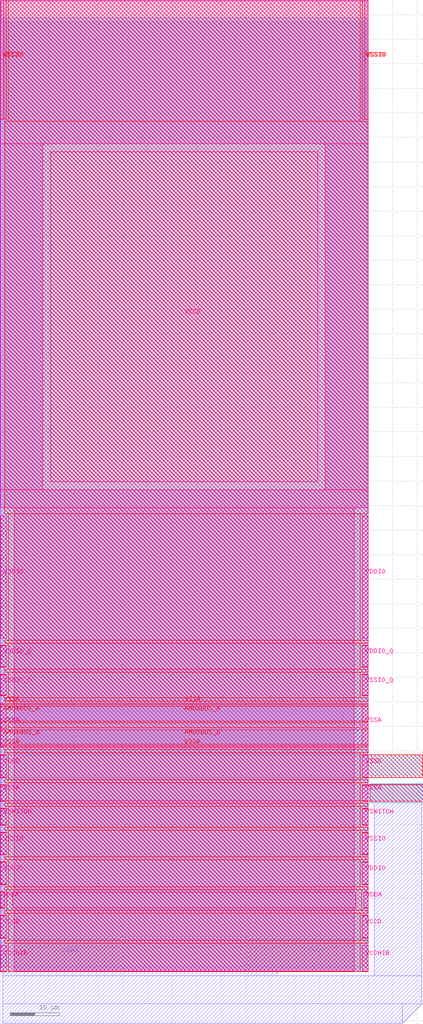
<source format=lef>
VERSION 5.7 ;
  NOWIREEXTENSIONATPIN ON ;
  DIVIDERCHAR "/" ;
  BUSBITCHARS "[]" ;
MACRO sky130_ef_io__vccd_lvc_clamped2_pad
  CLASS PAD POWER ;
  FOREIGN sky130_ef_io__vccd_lvc_clamped2_pad ;
  ORIGIN 0.000 0.000 ;
  SIZE 75.000 BY 197.965 ;
  PIN AMUXBUS_A
    DIRECTION INOUT ;
    USE SIGNAL ;
    PORT
      LAYER met4 ;
        RECT 0.000 51.090 75.000 54.070 ;
    END
    PORT
      LAYER met4 ;
        RECT 0.000 51.090 1.270 54.070 ;
    END
  END AMUXBUS_A
  PIN AMUXBUS_B
    DIRECTION INOUT ;
    USE SIGNAL ;
    PORT
      LAYER met4 ;
        RECT 0.000 46.330 75.000 49.310 ;
    END
    PORT
      LAYER met4 ;
        RECT 0.000 46.330 1.270 49.310 ;
    END
  END AMUXBUS_B
  PIN VSSA
    DIRECTION INOUT ;
    USE GROUND ;
    PORT
      LAYER met5 ;
        RECT 73.730 45.700 75.000 54.700 ;
    END
    PORT
      LAYER met5 ;
        RECT 73.730 34.805 75.000 38.050 ;
    END
    PORT
      LAYER met5 ;
        RECT 0.000 45.700 1.270 54.700 ;
    END
    PORT
      LAYER met5 ;
        RECT 0.000 34.805 1.270 38.050 ;
    END
    PORT
      LAYER met4 ;
        RECT 73.730 49.610 75.000 50.790 ;
    END
    PORT
      LAYER met4 ;
        RECT 0.000 54.370 75.000 54.700 ;
    END
    PORT
      LAYER met4 ;
        RECT 0.000 45.700 75.000 46.030 ;
    END
    PORT
      LAYER met4 ;
        RECT 73.730 34.700 75.000 38.150 ;
    END
    PORT
      LAYER met4 ;
        RECT 0.000 45.700 1.270 46.030 ;
    END
    PORT
      LAYER met4 ;
        RECT 0.000 49.610 1.270 50.790 ;
    END
    PORT
      LAYER met4 ;
        RECT 0.000 54.370 1.270 54.700 ;
    END
    PORT
      LAYER met4 ;
        RECT 0.000 34.700 1.270 38.150 ;
    END
  END VSSA
  PIN VDDA
    DIRECTION INOUT ;
    USE POWER ;
    PORT
      LAYER met5 ;
        RECT 74.035 13.000 75.000 16.250 ;
    END
    PORT
      LAYER met5 ;
        RECT 0.000 13.000 0.965 16.250 ;
    END
    PORT
      LAYER met4 ;
        RECT 74.035 12.900 75.000 16.350 ;
    END
    PORT
      LAYER met4 ;
        RECT 0.000 12.900 0.965 16.350 ;
    END
  END VDDA
  PIN VSWITCH
    DIRECTION INOUT ;
    USE POWER ;
    PORT
      LAYER met5 ;
        RECT 73.730 29.950 75.000 33.200 ;
    END
    PORT
      LAYER met5 ;
        RECT 0.000 29.950 1.270 33.200 ;
    END
    PORT
      LAYER met4 ;
        RECT 73.730 29.850 75.000 33.300 ;
    END
    PORT
      LAYER met4 ;
        RECT 0.000 29.850 1.270 33.300 ;
    END
  END VSWITCH
  PIN VDDIO_Q
    DIRECTION INOUT ;
    USE POWER ;
    PORT
      LAYER met5 ;
        RECT 73.730 62.150 75.000 66.400 ;
    END
    PORT
      LAYER met5 ;
        RECT 0.000 62.150 1.270 66.400 ;
    END
    PORT
      LAYER met4 ;
        RECT 73.730 62.050 75.000 66.500 ;
    END
    PORT
      LAYER met4 ;
        RECT 0.000 62.050 1.270 66.500 ;
    END
  END VDDIO_Q
  PIN VCCHIB
    DIRECTION INOUT ;
    USE POWER ;
    PORT
      LAYER met5 ;
        RECT 73.730 0.100 75.000 5.350 ;
    END
    PORT
      LAYER met5 ;
        RECT 0.000 0.100 1.270 5.350 ;
    END
    PORT
      LAYER met4 ;
        RECT 73.730 0.000 75.000 5.450 ;
    END
    PORT
      LAYER met4 ;
        RECT 0.000 0.000 1.270 5.450 ;
    END
  END VCCHIB
  PIN VDDIO
    DIRECTION INOUT ;
    USE POWER ;
    PORT
      LAYER met5 ;
        RECT 73.730 68.000 75.000 92.950 ;
    END
    PORT
      LAYER met5 ;
        RECT 73.730 17.850 75.000 22.300 ;
    END
    PORT
      LAYER met5 ;
        RECT 0.000 68.000 1.270 92.950 ;
    END
    PORT
      LAYER met5 ;
        RECT 0.000 17.850 1.270 22.300 ;
    END
    PORT
      LAYER met4 ;
        RECT 73.730 17.750 75.000 22.400 ;
    END
    PORT
      LAYER met4 ;
        RECT 73.730 68.000 75.000 92.965 ;
    END
    PORT
      LAYER met4 ;
        RECT 0.000 17.750 1.270 22.400 ;
    END
    PORT
      LAYER met4 ;
        RECT 0.000 68.000 1.270 92.965 ;
    END
  END VDDIO
  PIN VCCD
    DIRECTION INOUT ;
    USE POWER ;
    PORT
      LAYER met5 ;
        RECT 10.270 99.865 64.670 167.130 ;
    END
    PORT
      LAYER met3 ;
        RECT 50.755 -0.035 74.700 6.865 ;
    END
    PORT
      LAYER met3 ;
        RECT 0.500 -0.035 24.500 6.865 ;
    END
    PORT
      LAYER met5 ;
        RECT 73.730 6.950 75.000 11.400 ;
    END
    PORT
      LAYER met5 ;
        RECT 0.000 6.950 1.270 11.400 ;
    END
    PORT
      LAYER met4 ;
        RECT 73.730 6.850 75.000 11.500 ;
    END
    PORT
      LAYER met4 ;
        RECT 0.000 6.850 1.270 11.500 ;
    END
  END VCCD
  PIN VSSIO
    DIRECTION INOUT ;
    USE GROUND ;
    PORT
      LAYER met4 ;
        RECT 74.225 173.750 75.000 197.965 ;
    END
    PORT
      LAYER met4 ;
        RECT 0.000 173.750 0.705 197.965 ;
    END
    PORT
      LAYER met5 ;
        RECT 73.730 23.900 75.000 28.350 ;
    END
    PORT
      LAYER met5 ;
        RECT 0.000 23.900 1.270 28.350 ;
    END
    PORT
      LAYER met4 ;
        RECT 73.730 23.800 75.000 28.450 ;
    END
    PORT
      LAYER met4 ;
        RECT 73.730 173.750 75.000 197.965 ;
    END
    PORT
      LAYER met4 ;
        RECT 0.000 173.750 1.270 197.965 ;
    END
    PORT
      LAYER met4 ;
        RECT 0.000 23.800 1.270 28.450 ;
    END
  END VSSIO
  PIN VSSD
    DIRECTION INOUT ;
    USE GROUND ;
    PORT
      LAYER met5 ;
        RECT 73.730 39.650 75.000 44.100 ;
    END
    PORT
      LAYER met5 ;
        RECT 0.000 39.650 1.270 44.100 ;
    END
    PORT
      LAYER met4 ;
        RECT 73.730 39.550 75.000 44.200 ;
    END
    PORT
      LAYER met4 ;
        RECT 0.000 39.550 1.270 44.200 ;
    END
  END VSSD
  PIN VSSIO_Q
    DIRECTION INOUT ;
    USE GROUND ;
    PORT
      LAYER met5 ;
        RECT 73.730 56.300 75.000 60.550 ;
    END
    PORT
      LAYER met5 ;
        RECT 0.000 56.300 1.270 60.550 ;
    END
    PORT
      LAYER met4 ;
        RECT 73.730 56.200 75.000 60.650 ;
    END
    PORT
      LAYER met4 ;
        RECT 0.000 56.200 1.270 60.650 ;
    END
  END VSSIO_Q
  OBS
      LAYER li1 ;
        RECT 0.240 0.985 74.755 197.745 ;
      LAYER met1 ;
        RECT 0.120 0.000 75.000 197.805 ;
        RECT 75.245 34.455 86.195 38.325 ;
        RECT 16.655 -0.035 56.565 0.000 ;
        RECT 0.510 -0.815 56.565 -0.035 ;
        RECT 76.200 -0.815 85.935 34.455 ;
        RECT 0.510 -6.535 85.935 -0.815 ;
        RECT 0.510 -10.535 81.935 -6.535 ;
        POLYGON 81.935 -6.535 85.935 -6.535 81.935 -10.535 ;
      LAYER met2 ;
        RECT 0.490 44.200 75.000 194.395 ;
        RECT 0.490 39.550 86.140 44.200 ;
        RECT 0.490 0.000 75.000 39.550 ;
        RECT 75.245 34.455 86.195 38.325 ;
        RECT 0.500 -0.035 20.495 0.000 ;
        RECT 20.925 -0.035 53.535 0.000 ;
        RECT 54.095 -0.035 74.700 0.000 ;
      LAYER met3 ;
        RECT 0.490 7.265 75.000 193.570 ;
        RECT 75.605 39.550 86.140 44.200 ;
        RECT 75.440 34.695 86.140 38.160 ;
        RECT 24.900 0.000 50.355 7.265 ;
        RECT 26.000 -0.035 36.880 0.000 ;
        RECT 38.380 -0.035 49.255 0.000 ;
      LAYER met4 ;
        RECT 1.670 173.350 73.330 197.965 ;
        RECT 0.965 93.365 75.000 173.350 ;
        RECT 1.670 67.600 73.330 93.365 ;
        RECT 0.965 66.900 75.000 67.600 ;
        RECT 1.670 61.650 73.330 66.900 ;
        RECT 0.965 61.050 75.000 61.650 ;
        RECT 1.670 55.800 73.330 61.050 ;
        RECT 0.965 55.100 75.000 55.800 ;
        RECT 1.670 49.710 73.330 50.690 ;
        RECT 0.965 44.600 75.000 45.300 ;
        RECT 1.670 39.150 73.330 44.600 ;
        RECT 75.000 39.550 86.140 44.200 ;
        RECT 0.965 38.550 75.000 39.150 ;
        RECT 1.670 34.300 73.330 38.550 ;
        RECT 75.000 34.700 86.165 38.150 ;
        RECT 0.965 33.700 75.000 34.300 ;
        RECT 1.670 29.450 73.330 33.700 ;
        RECT 0.965 28.850 75.000 29.450 ;
        RECT 1.670 23.400 73.330 28.850 ;
        RECT 0.965 22.800 75.000 23.400 ;
        RECT 1.670 17.350 73.330 22.800 ;
        RECT 0.965 16.750 75.000 17.350 ;
        RECT 1.365 12.500 73.635 16.750 ;
        RECT 0.965 11.900 75.000 12.500 ;
        RECT 1.670 6.450 73.330 11.900 ;
        RECT 0.965 5.850 75.000 6.450 ;
        RECT 1.670 0.000 73.330 5.850 ;
      LAYER met5 ;
        RECT 0.000 168.730 75.000 197.965 ;
        RECT 0.000 98.265 8.670 168.730 ;
        RECT 66.270 98.265 75.000 168.730 ;
        RECT 0.000 94.550 75.000 98.265 ;
        RECT 2.870 34.805 72.130 94.550 ;
        RECT 0.000 34.800 75.000 34.805 ;
        RECT 2.870 16.250 72.130 34.800 ;
        RECT 2.565 13.000 72.435 16.250 ;
        RECT 2.870 0.100 72.130 13.000 ;
  END
END sky130_ef_io__vccd_lvc_clamped2_pad
END LIBRARY


</source>
